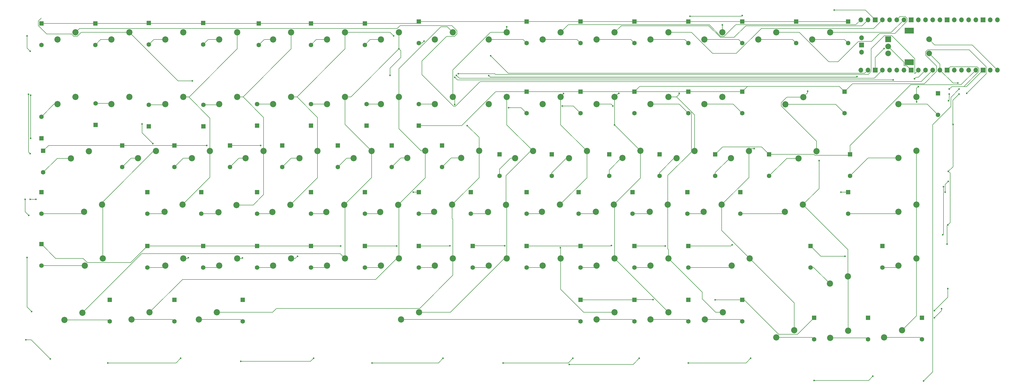
<source format=gbr>
%TF.GenerationSoftware,KiCad,Pcbnew,9.0.2*%
%TF.CreationDate,2025-07-29T21:02:50-05:00*%
%TF.ProjectId,realkeyboard,7265616c-6b65-4796-926f-6172642e6b69,rev?*%
%TF.SameCoordinates,Original*%
%TF.FileFunction,Copper,L1,Top*%
%TF.FilePolarity,Positive*%
%FSLAX46Y46*%
G04 Gerber Fmt 4.6, Leading zero omitted, Abs format (unit mm)*
G04 Created by KiCad (PCBNEW 9.0.2) date 2025-07-29 21:02:50*
%MOMM*%
%LPD*%
G01*
G04 APERTURE LIST*
G04 Aperture macros list*
%AMRoundRect*
0 Rectangle with rounded corners*
0 $1 Rounding radius*
0 $2 $3 $4 $5 $6 $7 $8 $9 X,Y pos of 4 corners*
0 Add a 4 corners polygon primitive as box body*
4,1,4,$2,$3,$4,$5,$6,$7,$8,$9,$2,$3,0*
0 Add four circle primitives for the rounded corners*
1,1,$1+$1,$2,$3*
1,1,$1+$1,$4,$5*
1,1,$1+$1,$6,$7*
1,1,$1+$1,$8,$9*
0 Add four rect primitives between the rounded corners*
20,1,$1+$1,$2,$3,$4,$5,0*
20,1,$1+$1,$4,$5,$6,$7,0*
20,1,$1+$1,$6,$7,$8,$9,0*
20,1,$1+$1,$8,$9,$2,$3,0*%
G04 Aperture macros list end*
%TA.AperFunction,ComponentPad*%
%ADD10C,2.200000*%
%TD*%
%TA.AperFunction,ComponentPad*%
%ADD11R,2.000000X2.000000*%
%TD*%
%TA.AperFunction,ComponentPad*%
%ADD12C,2.000000*%
%TD*%
%TA.AperFunction,ComponentPad*%
%ADD13R,3.200000X2.000000*%
%TD*%
%TA.AperFunction,ComponentPad*%
%ADD14RoundRect,0.250000X-0.550000X0.550000X-0.550000X-0.550000X0.550000X-0.550000X0.550000X0.550000X0*%
%TD*%
%TA.AperFunction,ComponentPad*%
%ADD15C,1.600000*%
%TD*%
%TA.AperFunction,ComponentPad*%
%ADD16RoundRect,0.250000X0.550000X-0.550000X0.550000X0.550000X-0.550000X0.550000X-0.550000X-0.550000X0*%
%TD*%
%TA.AperFunction,ComponentPad*%
%ADD17O,1.700000X1.700000*%
%TD*%
%TA.AperFunction,ComponentPad*%
%ADD18R,1.700000X1.700000*%
%TD*%
%TA.AperFunction,ViaPad*%
%ADD19C,0.600000*%
%TD*%
%TA.AperFunction,Conductor*%
%ADD20C,0.200000*%
%TD*%
G04 APERTURE END LIST*
D10*
%TO.P,SW78,1,1*%
%TO.N,col 11*%
X250190000Y-138430000D03*
%TO.P,SW78,2,2*%
%TO.N,Net-(D78-A)*%
X243840000Y-140970000D03*
%TD*%
%TO.P,SW66,1,1*%
%TO.N,col 9*%
X193040000Y-119380000D03*
%TO.P,SW66,2,2*%
%TO.N,Net-(D66-A)*%
X186690000Y-121920000D03*
%TD*%
%TO.P,SW9,1,1*%
%TO.N,col 8*%
X193040000Y-39370000D03*
%TO.P,SW9,2,2*%
%TO.N,Net-(D9-A)*%
X186690000Y-41910000D03*
%TD*%
%TO.P,SW60,1,1*%
%TO.N,col 3*%
X78740000Y-119380000D03*
%TO.P,SW60,2,2*%
%TO.N,Net-(D60-A)*%
X72390000Y-121920000D03*
%TD*%
%TO.P,SW49,1,1*%
%TO.N,col 6*%
X135636000Y-100380800D03*
%TO.P,SW49,2,2*%
%TO.N,Net-(D49-A)*%
X129286000Y-102920800D03*
%TD*%
%TO.P,SW59,1,1*%
%TO.N,col 2*%
X50292000Y-119380000D03*
%TO.P,SW59,2,2*%
%TO.N,Net-(D59-A)*%
X43942000Y-121920000D03*
%TD*%
%TO.P,SW84,1,1*%
%TO.N,row 1*%
X45339000Y-81407000D03*
%TO.P,SW84,2,2*%
%TO.N,Net-(D83-A)*%
X38989000Y-83947000D03*
%TD*%
%TO.P,SW31,1,1*%
%TO.N,col 2*%
X69037200Y-81381600D03*
%TO.P,SW31,2,2*%
%TO.N,Net-(D31-A)*%
X62687200Y-83921600D03*
%TD*%
%TO.P,SW18,1,1*%
%TO.N,col 3*%
X78740000Y-62230000D03*
%TO.P,SW18,2,2*%
%TO.N,Net-(D18-A)*%
X72390000Y-64770000D03*
%TD*%
%TO.P,SW19,1,1*%
%TO.N,col 4*%
X97790000Y-62230000D03*
%TO.P,SW19,2,2*%
%TO.N,Net-(D19-A)*%
X91440000Y-64770000D03*
%TD*%
%TO.P,SW51,1,1*%
%TO.N,col 8*%
X173736000Y-100330000D03*
%TO.P,SW51,2,2*%
%TO.N,Net-(D51-A)*%
X167386000Y-102870000D03*
%TD*%
%TO.P,SW17,1,1*%
%TO.N,col 2*%
X59690000Y-62230000D03*
%TO.P,SW17,2,2*%
%TO.N,Net-(D17-A)*%
X53340000Y-64770000D03*
%TD*%
%TO.P,SW12,1,1*%
%TO.N,col 11*%
X250190000Y-39370000D03*
%TO.P,SW12,2,2*%
%TO.N,Net-(D12-A)*%
X243840000Y-41910000D03*
%TD*%
%TO.P,SW74,1,1*%
%TO.N,col 7*%
X66802000Y-138430000D03*
%TO.P,SW74,2,2*%
%TO.N,Net-(D74-A)*%
X60452000Y-140970000D03*
%TD*%
%TO.P,SW40,1,1*%
%TO.N,col 11*%
X240284000Y-81280000D03*
%TO.P,SW40,2,2*%
%TO.N,Net-(D40-A)*%
X233934000Y-83820000D03*
%TD*%
%TO.P,SW46,1,1*%
%TO.N,col 3*%
X78486000Y-100330000D03*
%TO.P,SW46,2,2*%
%TO.N,Net-(D46-A)*%
X72136000Y-102870000D03*
%TD*%
%TO.P,SW15,1,1*%
%TO.N,col 14*%
X307340000Y-39370000D03*
%TO.P,SW15,2,2*%
%TO.N,Net-(D15-A)*%
X300990000Y-41910000D03*
%TD*%
%TO.P,SW44,1,1*%
%TO.N,col 15*%
X337820000Y-81280000D03*
%TO.P,SW44,2,2*%
%TO.N,Net-(D44-A)*%
X331470000Y-83820000D03*
%TD*%
%TO.P,SW11,1,1*%
%TO.N,col 10*%
X231140000Y-39370000D03*
%TO.P,SW11,2,2*%
%TO.N,Net-(D11-A)*%
X224790000Y-41910000D03*
%TD*%
%TO.P,SW38,1,1*%
%TO.N,col 9*%
X202285600Y-81381600D03*
%TO.P,SW38,2,2*%
%TO.N,Net-(D38-A)*%
X195935600Y-83921600D03*
%TD*%
%TO.P,SW37,1,1*%
%TO.N,col 8*%
X183235600Y-81280000D03*
%TO.P,SW37,2,2*%
%TO.N,Net-(D37-A)*%
X176885600Y-83820000D03*
%TD*%
%TO.P,SW35,1,1*%
%TO.N,col 6*%
X145288000Y-81381600D03*
%TO.P,SW35,2,2*%
%TO.N,Net-(D35-A)*%
X138938000Y-83921600D03*
%TD*%
%TO.P,SW53,1,1*%
%TO.N,col 10*%
X211836000Y-100330000D03*
%TO.P,SW53,2,2*%
%TO.N,Net-(D53-A)*%
X205486000Y-102870000D03*
%TD*%
%TO.P,SW50,1,1*%
%TO.N,col 7*%
X154686000Y-100380800D03*
%TO.P,SW50,2,2*%
%TO.N,Net-(D50-A)*%
X148336000Y-102920800D03*
%TD*%
%TO.P,SW26,1,1*%
%TO.N,col 11*%
X231140000Y-62230000D03*
%TO.P,SW26,2,2*%
%TO.N,Net-(D26-A)*%
X224790000Y-64770000D03*
%TD*%
%TO.P,SW30,1,1*%
%TO.N,col 15*%
X337820000Y-62230000D03*
%TO.P,SW30,2,2*%
%TO.N,Net-(D30-A)*%
X331470000Y-64770000D03*
%TD*%
%TO.P,SW57,1,1*%
%TO.N,col 14*%
X297688000Y-100330000D03*
%TO.P,SW57,2,2*%
%TO.N,Net-(D57-A)*%
X291338000Y-102870000D03*
%TD*%
%TO.P,SW77,1,1*%
%TO.N,col 10*%
X231140000Y-138430000D03*
%TO.P,SW77,2,2*%
%TO.N,Net-(D77-A)*%
X224790000Y-140970000D03*
%TD*%
%TO.P,SW4,1,1*%
%TO.N,col 3*%
X97790000Y-39370000D03*
%TO.P,SW4,2,2*%
%TO.N,Net-(D4-A)*%
X91440000Y-41910000D03*
%TD*%
%TO.P,SW8,1,1*%
%TO.N,col 7*%
X173990000Y-39370000D03*
%TO.P,SW8,2,2*%
%TO.N,Net-(D8-A)*%
X167640000Y-41910000D03*
%TD*%
%TO.P,SW56,1,1*%
%TO.N,col 13*%
X268986000Y-100330000D03*
%TO.P,SW56,2,2*%
%TO.N,Net-(D56-A)*%
X262636000Y-102870000D03*
%TD*%
%TO.P,SW81,1,1*%
%TO.N,col 14*%
X313690000Y-144907000D03*
%TO.P,SW81,2,2*%
%TO.N,Net-(D81-A)*%
X307340000Y-147447000D03*
%TD*%
%TO.P,SW3,1,1*%
%TO.N,col 2*%
X78740000Y-39370000D03*
%TO.P,SW3,2,2*%
%TO.N,Net-(D3-A)*%
X72390000Y-41910000D03*
%TD*%
%TO.P,SW10,1,1*%
%TO.N,col 9*%
X212090000Y-39370000D03*
%TO.P,SW10,2,2*%
%TO.N,Net-(D10-A)*%
X205740000Y-41910000D03*
%TD*%
%TO.P,SW76,1,1*%
%TO.N,col 9*%
X162052000Y-138430000D03*
%TO.P,SW76,2,2*%
%TO.N,Net-(D76-A)*%
X155702000Y-140970000D03*
%TD*%
%TO.P,SW65,1,1*%
%TO.N,col 8*%
X173990000Y-119380000D03*
%TO.P,SW65,2,2*%
%TO.N,Net-(D65-A)*%
X167640000Y-121920000D03*
%TD*%
%TO.P,SW67,1,1*%
%TO.N,col 10*%
X212090000Y-119380000D03*
%TO.P,SW67,2,2*%
%TO.N,Net-(D67-A)*%
X205740000Y-121920000D03*
%TD*%
%TO.P,SW34,1,1*%
%TO.N,col 5*%
X126136400Y-81330800D03*
%TO.P,SW34,2,2*%
%TO.N,Net-(D34-A)*%
X119786400Y-83870800D03*
%TD*%
%TO.P,SW33,1,1*%
%TO.N,col 4*%
X107086400Y-81330800D03*
%TO.P,SW33,2,2*%
%TO.N,Net-(D33-A)*%
X100736400Y-83870800D03*
%TD*%
%TO.P,SW16,1,1*%
%TO.N,col 1*%
X40640000Y-62230000D03*
%TO.P,SW16,2,2*%
%TO.N,Net-(D16-A)*%
X34290000Y-64770000D03*
%TD*%
%TO.P,SW79,1,1*%
%TO.N,col 12*%
X269367000Y-138430000D03*
%TO.P,SW79,2,2*%
%TO.N,Net-(D79-A)*%
X263017000Y-140970000D03*
%TD*%
%TO.P,SW54,1,1*%
%TO.N,col 11*%
X230886000Y-100330000D03*
%TO.P,SW54,2,2*%
%TO.N,Net-(D54-A)*%
X224536000Y-102870000D03*
%TD*%
%TO.P,SW70,1,1*%
%TO.N,col 13*%
X278892000Y-119380000D03*
%TO.P,SW70,2,2*%
%TO.N,Net-(D70-A)*%
X272542000Y-121920000D03*
%TD*%
%TO.P,SW1,1,1*%
%TO.N,col 0*%
X40640000Y-39370000D03*
%TO.P,SW1,2,2*%
%TO.N,Net-(D1-A)*%
X34290000Y-41910000D03*
%TD*%
%TO.P,SW32,1,1*%
%TO.N,col 3*%
X88138000Y-81330800D03*
%TO.P,SW32,2,2*%
%TO.N,Net-(D32-A)*%
X81788000Y-83870800D03*
%TD*%
%TO.P,SW20,1,1*%
%TO.N,col 5*%
X116840000Y-62230000D03*
%TO.P,SW20,2,2*%
%TO.N,Net-(D20-A)*%
X110490000Y-64770000D03*
%TD*%
%TO.P,SW7,1,1*%
%TO.N,col 6*%
X154940000Y-39370000D03*
%TO.P,SW7,2,2*%
%TO.N,Net-(D7-A)*%
X148590000Y-41910000D03*
%TD*%
%TO.P,SW52,1,1*%
%TO.N,col 9*%
X192786000Y-100380800D03*
%TO.P,SW52,2,2*%
%TO.N,Net-(D52-A)*%
X186436000Y-102920800D03*
%TD*%
%TO.P,SW55,1,1*%
%TO.N,col 12*%
X249936000Y-100330000D03*
%TO.P,SW55,2,2*%
%TO.N,Net-(D55-A)*%
X243586000Y-102870000D03*
%TD*%
%TO.P,SW80,1,1*%
%TO.N,col 13*%
X294640000Y-144780000D03*
%TO.P,SW80,2,2*%
%TO.N,Net-(D80-A)*%
X288290000Y-147320000D03*
%TD*%
%TO.P,SW71,1,1*%
%TO.N,col 14*%
X313563000Y-125730000D03*
%TO.P,SW71,2,2*%
%TO.N,Net-(D71-A)*%
X307213000Y-128270000D03*
%TD*%
%TO.P,SW75,1,1*%
%TO.N,col 8*%
X90551000Y-138430000D03*
%TO.P,SW75,2,2*%
%TO.N,Net-(D75-A)*%
X84201000Y-140970000D03*
%TD*%
%TO.P,SW6,1,1*%
%TO.N,col 5*%
X135890000Y-39370000D03*
%TO.P,SW6,2,2*%
%TO.N,Net-(D6-A)*%
X129540000Y-41910000D03*
%TD*%
%TO.P,SW24,1,1*%
%TO.N,col 9*%
X193040000Y-62230000D03*
%TO.P,SW24,2,2*%
%TO.N,Net-(D24-A)*%
X186690000Y-64770000D03*
%TD*%
%TO.P,SW42,1,1*%
%TO.N,col 13*%
X278587200Y-81330800D03*
%TO.P,SW42,2,2*%
%TO.N,Net-(D42-A)*%
X272237200Y-83870800D03*
%TD*%
%TO.P,SW27,1,1*%
%TO.N,col 12*%
X250190000Y-62230000D03*
%TO.P,SW27,2,2*%
%TO.N,Net-(D27-A)*%
X243840000Y-64770000D03*
%TD*%
%TO.P,SW5,1,1*%
%TO.N,col 4*%
X116840000Y-39370000D03*
%TO.P,SW5,2,2*%
%TO.N,Net-(D5-A)*%
X110490000Y-41910000D03*
%TD*%
%TO.P,SW36,1,1*%
%TO.N,col 7*%
X164236400Y-81229200D03*
%TO.P,SW36,2,2*%
%TO.N,Net-(D36-A)*%
X157886400Y-83769200D03*
%TD*%
%TO.P,SW25,1,1*%
%TO.N,col 10*%
X212090000Y-62230000D03*
%TO.P,SW25,2,2*%
%TO.N,Net-(D25-A)*%
X205740000Y-64770000D03*
%TD*%
%TO.P,SW41,1,1*%
%TO.N,col 12*%
X259384800Y-81381600D03*
%TO.P,SW41,2,2*%
%TO.N,Net-(D41-A)*%
X253034800Y-83921600D03*
%TD*%
%TO.P,SW58,1,1*%
%TO.N,col 15*%
X337820000Y-100330000D03*
%TO.P,SW58,2,2*%
%TO.N,Net-(D58-A)*%
X331470000Y-102870000D03*
%TD*%
%TO.P,SW39,1,1*%
%TO.N,col 10*%
X221335600Y-81330800D03*
%TO.P,SW39,2,2*%
%TO.N,Net-(D39-A)*%
X214985600Y-83870800D03*
%TD*%
%TO.P,SW22,1,1*%
%TO.N,col 7*%
X154940000Y-62230000D03*
%TO.P,SW22,2,2*%
%TO.N,Net-(D22-A)*%
X148590000Y-64770000D03*
%TD*%
%TO.P,SW48,1,1*%
%TO.N,col 5*%
X116586000Y-100380800D03*
%TO.P,SW48,2,2*%
%TO.N,Net-(D48-A)*%
X110236000Y-102920800D03*
%TD*%
%TO.P,SW21,1,1*%
%TO.N,col 6*%
X135890000Y-62230000D03*
%TO.P,SW21,2,2*%
%TO.N,Net-(D21-A)*%
X129540000Y-64770000D03*
%TD*%
%TO.P,SW14,1,1*%
%TO.N,col 13*%
X288290000Y-39370000D03*
%TO.P,SW14,2,2*%
%TO.N,Net-(D14-A)*%
X281940000Y-41910000D03*
%TD*%
%TO.P,SW68,1,1*%
%TO.N,col 11*%
X231140000Y-119380000D03*
%TO.P,SW68,2,2*%
%TO.N,Net-(D68-A)*%
X224790000Y-121920000D03*
%TD*%
D11*
%TO.P,SW83,A,A*%
%TO.N,en0*%
X327780000Y-41835000D03*
D12*
%TO.P,SW83,B,B*%
%TO.N,en1*%
X327780000Y-46835000D03*
%TO.P,SW83,C,C*%
%TO.N,GND*%
X327780000Y-44335000D03*
D13*
%TO.P,SW83,MP*%
%TO.N,N/C*%
X335280000Y-38735000D03*
X335280000Y-49935000D03*
D12*
%TO.P,SW83,S1,S1*%
%TO.N,col 15*%
X342280000Y-46835000D03*
%TO.P,SW83,S2,S2*%
%TO.N,row 0*%
X342280000Y-41835000D03*
%TD*%
D10*
%TO.P,SW69,1,1*%
%TO.N,col 12*%
X250190000Y-119380000D03*
%TO.P,SW69,2,2*%
%TO.N,Net-(D69-A)*%
X243840000Y-121920000D03*
%TD*%
%TO.P,SW82,1,1*%
%TO.N,col 15*%
X332740000Y-144780000D03*
%TO.P,SW82,2,2*%
%TO.N,Net-(D82-A)*%
X326390000Y-147320000D03*
%TD*%
%TO.P,SW72,1,1*%
%TO.N,col 15*%
X337820000Y-119380000D03*
%TO.P,SW72,2,2*%
%TO.N,Net-(D72-A)*%
X331470000Y-121920000D03*
%TD*%
%TO.P,SW13,1,1*%
%TO.N,col 12*%
X269240000Y-39370000D03*
%TO.P,SW13,2,2*%
%TO.N,Net-(D13-A)*%
X262890000Y-41910000D03*
%TD*%
%TO.P,SW29,1,1*%
%TO.N,col 14*%
X297815000Y-62261500D03*
%TO.P,SW29,2,2*%
%TO.N,Net-(D29-A)*%
X291465000Y-64801500D03*
%TD*%
%TO.P,SW45,1,1*%
%TO.N,col 2*%
X50038000Y-100330000D03*
%TO.P,SW45,2,2*%
%TO.N,Net-(D45-A)*%
X43688000Y-102870000D03*
%TD*%
%TO.P,SW62,1,1*%
%TO.N,col 5*%
X116840000Y-119380000D03*
%TO.P,SW62,2,2*%
%TO.N,Net-(D62-A)*%
X110490000Y-121920000D03*
%TD*%
%TO.P,SW61,1,1*%
%TO.N,col 4*%
X97790000Y-119380000D03*
%TO.P,SW61,2,2*%
%TO.N,Net-(D61-A)*%
X91440000Y-121920000D03*
%TD*%
%TO.P,SW63,1,1*%
%TO.N,col 6*%
X135890000Y-119380000D03*
%TO.P,SW63,2,2*%
%TO.N,Net-(D63-A)*%
X129540000Y-121920000D03*
%TD*%
%TO.P,SW2,1,1*%
%TO.N,col 1*%
X59690000Y-39370000D03*
%TO.P,SW2,2,2*%
%TO.N,Net-(D2-A)*%
X53340000Y-41910000D03*
%TD*%
%TO.P,SW28,1,1*%
%TO.N,col 13*%
X269240000Y-62230000D03*
%TO.P,SW28,2,2*%
%TO.N,Net-(D28-A)*%
X262890000Y-64770000D03*
%TD*%
%TO.P,SW64,1,1*%
%TO.N,col 7*%
X154940000Y-119380000D03*
%TO.P,SW64,2,2*%
%TO.N,Net-(D64-A)*%
X148590000Y-121920000D03*
%TD*%
%TO.P,SW43,1,1*%
%TO.N,col 14*%
X302514000Y-81432400D03*
%TO.P,SW43,2,2*%
%TO.N,Net-(D43-A)*%
X296164000Y-83972400D03*
%TD*%
%TO.P,SW73,1,1*%
%TO.N,col 6*%
X43053000Y-138557000D03*
%TO.P,SW73,2,2*%
%TO.N,Net-(D73-A)*%
X36703000Y-141097000D03*
%TD*%
%TO.P,SW47,1,1*%
%TO.N,col 4*%
X97536000Y-100482400D03*
%TO.P,SW47,2,2*%
%TO.N,Net-(D47-A)*%
X91186000Y-103022400D03*
%TD*%
%TO.P,SW23,1,1*%
%TO.N,col 8*%
X173990000Y-62230000D03*
%TO.P,SW23,2,2*%
%TO.N,Net-(D23-A)*%
X167640000Y-64770000D03*
%TD*%
D14*
%TO.P,D61,1,K*%
%TO.N,row 4*%
X85725000Y-114935000D03*
D15*
%TO.P,D61,2,A*%
%TO.N,Net-(D61-A)*%
X85725000Y-122555000D03*
%TD*%
D14*
%TO.P,D82,1,K*%
%TO.N,row 5*%
X339725000Y-140335000D03*
D15*
%TO.P,D82,2,A*%
%TO.N,Net-(D82-A)*%
X339725000Y-147955000D03*
%TD*%
D14*
%TO.P,D3,1,K*%
%TO.N,row 0*%
X66548000Y-36068000D03*
D15*
%TO.P,D3,2,A*%
%TO.N,Net-(D3-A)*%
X66548000Y-43688000D03*
%TD*%
D14*
%TO.P,D25,1,K*%
%TO.N,row 1*%
X219075000Y-60325000D03*
D15*
%TO.P,D25,2,A*%
%TO.N,Net-(D25-A)*%
X219075000Y-67945000D03*
%TD*%
D14*
%TO.P,D14,1,K*%
%TO.N,row 0*%
X295275000Y-35560000D03*
D15*
%TO.P,D14,2,A*%
%TO.N,Net-(D14-A)*%
X295275000Y-43180000D03*
%TD*%
D14*
%TO.P,D70,1,K*%
%TO.N,row 4*%
X257175000Y-114935000D03*
D15*
%TO.P,D70,2,A*%
%TO.N,Net-(D70-A)*%
X257175000Y-122555000D03*
%TD*%
D16*
%TO.P,D17,1,K*%
%TO.N,row 1*%
X47752000Y-72136000D03*
D15*
%TO.P,D17,2,A*%
%TO.N,Net-(D17-A)*%
X47752000Y-64516000D03*
%TD*%
D14*
%TO.P,D6,1,K*%
%TO.N,row 0*%
X123825000Y-36195000D03*
D15*
%TO.P,D6,2,A*%
%TO.N,Net-(D6-A)*%
X123825000Y-43815000D03*
%TD*%
D14*
%TO.P,D31,1,K*%
%TO.N,row 2*%
X57150000Y-79375000D03*
D15*
%TO.P,D31,2,A*%
%TO.N,Net-(D31-A)*%
X57150000Y-86995000D03*
%TD*%
D14*
%TO.P,D34,1,K*%
%TO.N,row 2*%
X113665000Y-79375000D03*
D15*
%TO.P,D34,2,A*%
%TO.N,Net-(D34-A)*%
X113665000Y-86995000D03*
%TD*%
D14*
%TO.P,D68,1,K*%
%TO.N,row 4*%
X219075000Y-114935000D03*
D15*
%TO.P,D68,2,A*%
%TO.N,Net-(D68-A)*%
X219075000Y-122555000D03*
%TD*%
D16*
%TO.P,D23,1,K*%
%TO.N,row 1*%
X161925000Y-72390000D03*
D15*
%TO.P,D23,2,A*%
%TO.N,Net-(D23-A)*%
X161925000Y-64770000D03*
%TD*%
D14*
%TO.P,D41,1,K*%
%TO.N,row 2*%
X247015000Y-82550000D03*
D15*
%TO.P,D41,2,A*%
%TO.N,Net-(D41-A)*%
X247015000Y-90170000D03*
%TD*%
D14*
%TO.P,D72,1,K*%
%TO.N,row 4*%
X325755000Y-114935000D03*
D15*
%TO.P,D72,2,A*%
%TO.N,Net-(D72-A)*%
X325755000Y-122555000D03*
%TD*%
D14*
%TO.P,D28,1,K*%
%TO.N,row 1*%
X276225000Y-60325000D03*
D15*
%TO.P,D28,2,A*%
%TO.N,Net-(D28-A)*%
X276225000Y-67945000D03*
%TD*%
D14*
%TO.P,D55,1,K*%
%TO.N,row 3*%
X237490000Y-95885000D03*
D15*
%TO.P,D55,2,A*%
%TO.N,Net-(D55-A)*%
X237490000Y-103505000D03*
%TD*%
D14*
%TO.P,D54,1,K*%
%TO.N,row 3*%
X218440000Y-95885000D03*
D15*
%TO.P,D54,2,A*%
%TO.N,Net-(D54-A)*%
X218440000Y-103505000D03*
%TD*%
D14*
%TO.P,D26,1,K*%
%TO.N,row 1*%
X238125000Y-60325000D03*
D15*
%TO.P,D26,2,A*%
%TO.N,Net-(D26-A)*%
X238125000Y-67945000D03*
%TD*%
D14*
%TO.P,D49,1,K*%
%TO.N,row 3*%
X123825000Y-95885000D03*
D15*
%TO.P,D49,2,A*%
%TO.N,Net-(D49-A)*%
X123825000Y-103505000D03*
%TD*%
D14*
%TO.P,D4,1,K*%
%TO.N,row 0*%
X85725000Y-36068000D03*
D15*
%TO.P,D4,2,A*%
%TO.N,Net-(D4-A)*%
X85725000Y-43688000D03*
%TD*%
D14*
%TO.P,D42,1,K*%
%TO.N,row 2*%
X266700000Y-82550000D03*
D15*
%TO.P,D42,2,A*%
%TO.N,Net-(D42-A)*%
X266700000Y-90170000D03*
%TD*%
D14*
%TO.P,D11,1,K*%
%TO.N,row 0*%
X238125000Y-35560000D03*
D15*
%TO.P,D11,2,A*%
%TO.N,Net-(D11-A)*%
X238125000Y-43180000D03*
%TD*%
D14*
%TO.P,D30,1,K*%
%TO.N,row 1*%
X345440000Y-60960000D03*
D15*
%TO.P,D30,2,A*%
%TO.N,Net-(D30-A)*%
X345440000Y-68580000D03*
%TD*%
D14*
%TO.P,D65,1,K*%
%TO.N,row 4*%
X161925000Y-114935000D03*
D15*
%TO.P,D65,2,A*%
%TO.N,Net-(D65-A)*%
X161925000Y-122555000D03*
%TD*%
D16*
%TO.P,D22,1,K*%
%TO.N,row 1*%
X143510000Y-72390000D03*
D15*
%TO.P,D22,2,A*%
%TO.N,Net-(D22-A)*%
X143510000Y-64770000D03*
%TD*%
D14*
%TO.P,D40,1,K*%
%TO.N,row 2*%
X229235000Y-82550000D03*
D15*
%TO.P,D40,2,A*%
%TO.N,Net-(D40-A)*%
X229235000Y-90170000D03*
%TD*%
D14*
%TO.P,D69,1,K*%
%TO.N,row 4*%
X238125000Y-114935000D03*
D15*
%TO.P,D69,2,A*%
%TO.N,Net-(D69-A)*%
X238125000Y-122555000D03*
%TD*%
D14*
%TO.P,D60,1,K*%
%TO.N,row 4*%
X66040000Y-114935000D03*
D15*
%TO.P,D60,2,A*%
%TO.N,Net-(D60-A)*%
X66040000Y-122555000D03*
%TD*%
D14*
%TO.P,D10,1,K*%
%TO.N,row 0*%
X219075000Y-35560000D03*
D15*
%TO.P,D10,2,A*%
%TO.N,Net-(D10-A)*%
X219075000Y-43180000D03*
%TD*%
D14*
%TO.P,D13,1,K*%
%TO.N,row 0*%
X276225000Y-35560000D03*
D15*
%TO.P,D13,2,A*%
%TO.N,Net-(D13-A)*%
X276225000Y-43180000D03*
%TD*%
D14*
%TO.P,D64,1,K*%
%TO.N,row 4*%
X142875000Y-114935000D03*
D15*
%TO.P,D64,2,A*%
%TO.N,Net-(D64-A)*%
X142875000Y-122555000D03*
%TD*%
D14*
%TO.P,D52,1,K*%
%TO.N,row 3*%
X180340000Y-95885000D03*
D15*
%TO.P,D52,2,A*%
%TO.N,Net-(D52-A)*%
X180340000Y-103505000D03*
%TD*%
D14*
%TO.P,D77,1,K*%
%TO.N,row 5*%
X238125000Y-133985000D03*
D15*
%TO.P,D77,2,A*%
%TO.N,Net-(D77-A)*%
X238125000Y-141605000D03*
%TD*%
D14*
%TO.P,D15,1,K*%
%TO.N,row 0*%
X313690000Y-35560000D03*
D15*
%TO.P,D15,2,A*%
%TO.N,Net-(D15-A)*%
X313690000Y-43180000D03*
%TD*%
D14*
%TO.P,D53,1,K*%
%TO.N,row 3*%
X200025000Y-95885000D03*
D15*
%TO.P,D53,2,A*%
%TO.N,Net-(D53-A)*%
X200025000Y-103505000D03*
%TD*%
D14*
%TO.P,D80,1,K*%
%TO.N,row 5*%
X301625000Y-140335000D03*
D15*
%TO.P,D80,2,A*%
%TO.N,Net-(D80-A)*%
X301625000Y-147955000D03*
%TD*%
D14*
%TO.P,D9,1,K*%
%TO.N,row 0*%
X200025000Y-35560000D03*
D15*
%TO.P,D9,2,A*%
%TO.N,Net-(D9-A)*%
X200025000Y-43180000D03*
%TD*%
D14*
%TO.P,D78,1,K*%
%TO.N,row 5*%
X257175000Y-133985000D03*
D15*
%TO.P,D78,2,A*%
%TO.N,Net-(D78-A)*%
X257175000Y-141605000D03*
%TD*%
D14*
%TO.P,D59,1,K*%
%TO.N,row 4*%
X28575000Y-114300000D03*
D15*
%TO.P,D59,2,A*%
%TO.N,Net-(D59-A)*%
X28575000Y-121920000D03*
%TD*%
D14*
%TO.P,D81,1,K*%
%TO.N,row 5*%
X320675000Y-140335000D03*
D15*
%TO.P,D81,2,A*%
%TO.N,Net-(D81-A)*%
X320675000Y-147955000D03*
%TD*%
D14*
%TO.P,D33,1,K*%
%TO.N,row 2*%
X95250000Y-79375000D03*
D15*
%TO.P,D33,2,A*%
%TO.N,Net-(D33-A)*%
X95250000Y-86995000D03*
%TD*%
D14*
%TO.P,D35,1,K*%
%TO.N,row 2*%
X133350000Y-79375000D03*
D15*
%TO.P,D35,2,A*%
%TO.N,Net-(D35-A)*%
X133350000Y-86995000D03*
%TD*%
D14*
%TO.P,D2,1,K*%
%TO.N,row 0*%
X47625000Y-36195000D03*
D15*
%TO.P,D2,2,A*%
%TO.N,Net-(D2-A)*%
X47625000Y-43815000D03*
%TD*%
D17*
%TO.P,A1,1,GPIO0*%
%TO.N,row 0*%
X366395000Y-52705000D03*
%TO.P,A1,2,GPIO1*%
%TO.N,row 1*%
X363855000Y-52705000D03*
D18*
%TO.P,A1,3,GND*%
%TO.N,GND*%
X361315000Y-52705000D03*
D17*
%TO.P,A1,4,GPIO2*%
%TO.N,row 2*%
X358775000Y-52705000D03*
%TO.P,A1,5,GPIO3*%
%TO.N,row 3*%
X356235000Y-52705000D03*
%TO.P,A1,6,GPIO4*%
%TO.N,row 4*%
X353695000Y-52705000D03*
%TO.P,A1,7,GPIO5*%
%TO.N,row 5*%
X351155000Y-52705000D03*
D18*
%TO.P,A1,8,GND*%
%TO.N,GND*%
X348615000Y-52705000D03*
D17*
%TO.P,A1,9,GPIO6*%
%TO.N,col 15*%
X346075000Y-52705000D03*
%TO.P,A1,10,GPIO7*%
%TO.N,col 0*%
X343535000Y-52705000D03*
%TO.P,A1,11,GPIO8*%
%TO.N,col 1*%
X340995000Y-52705000D03*
%TO.P,A1,12,GPIO9*%
%TO.N,col 2*%
X338455000Y-52705000D03*
D18*
%TO.P,A1,13,GND*%
%TO.N,GND*%
X335915000Y-52705000D03*
D17*
%TO.P,A1,14,GPIO10*%
%TO.N,col 3*%
X333375000Y-52705000D03*
%TO.P,A1,15,GPIO11*%
%TO.N,col 4*%
X330835000Y-52705000D03*
%TO.P,A1,16,GPIO12*%
%TO.N,col 5*%
X328295000Y-52705000D03*
%TO.P,A1,17,GPIO13*%
%TO.N,col 6*%
X325755000Y-52705000D03*
D18*
%TO.P,A1,18,GND*%
%TO.N,GND*%
X323215000Y-52705000D03*
D17*
%TO.P,A1,19,GPIO14*%
%TO.N,col 7*%
X320675000Y-52705000D03*
%TO.P,A1,20,GPIO15*%
%TO.N,col 8*%
X318135000Y-52705000D03*
%TO.P,A1,21,GPIO16*%
%TO.N,col 9*%
X318135000Y-34925000D03*
%TO.P,A1,22,GPIO17*%
%TO.N,col 10*%
X320675000Y-34925000D03*
D18*
%TO.P,A1,23,GND*%
%TO.N,GND*%
X323215000Y-34925000D03*
D17*
%TO.P,A1,24,GPIO18*%
%TO.N,col 11*%
X325755000Y-34925000D03*
%TO.P,A1,25,GPIO19*%
%TO.N,col 12*%
X328295000Y-34925000D03*
%TO.P,A1,26,GPIO20*%
%TO.N,col 13*%
X330835000Y-34925000D03*
%TO.P,A1,27,GPIO21*%
%TO.N,col 14*%
X333375000Y-34925000D03*
D18*
%TO.P,A1,28,GND*%
%TO.N,GND*%
X335915000Y-34925000D03*
D17*
%TO.P,A1,29,GPIO22*%
%TO.N,en0*%
X338455000Y-34925000D03*
%TO.P,A1,30,RUN*%
%TO.N,unconnected-(A1-RUN-Pad30)*%
X340995000Y-34925000D03*
%TO.P,A1,31,GPIO26_ADC0*%
%TO.N,en1*%
X343535000Y-34925000D03*
%TO.P,A1,32,GPIO27_ADC1*%
%TO.N,led*%
X346075000Y-34925000D03*
D18*
%TO.P,A1,33,AGND*%
%TO.N,unconnected-(A1-AGND-Pad33)*%
X348615000Y-34925000D03*
D17*
%TO.P,A1,34,GPIO28_ADC2*%
%TO.N,unconnected-(A1-GPIO28_ADC2-Pad34)*%
X351155000Y-34925000D03*
%TO.P,A1,35,ADC_VREF*%
%TO.N,unconnected-(A1-ADC_VREF-Pad35)*%
X353695000Y-34925000D03*
%TO.P,A1,36,3V3*%
%TO.N,unconnected-(A1-3V3-Pad36)*%
X356235000Y-34925000D03*
%TO.P,A1,37,3V3_EN*%
%TO.N,unconnected-(A1-3V3_EN-Pad37)*%
X358775000Y-34925000D03*
D18*
%TO.P,A1,38,GND*%
%TO.N,GND*%
X361315000Y-34925000D03*
D17*
%TO.P,A1,39,VSYS*%
%TO.N,unconnected-(A1-VSYS-Pad39)*%
X363855000Y-34925000D03*
%TO.P,A1,40,VBUS*%
%TO.N,+5V*%
X366395000Y-34925000D03*
%TO.P,A1,41*%
%TO.N,N/C*%
X318365000Y-46355000D03*
D18*
%TO.P,A1,42*%
X318365000Y-43815000D03*
D17*
%TO.P,A1,43*%
X318365000Y-41275000D03*
%TD*%
D14*
%TO.P,D66,1,K*%
%TO.N,row 4*%
X180975000Y-114935000D03*
D15*
%TO.P,D66,2,A*%
%TO.N,Net-(D66-A)*%
X180975000Y-122555000D03*
%TD*%
D14*
%TO.P,D71,1,K*%
%TO.N,row 4*%
X300355000Y-114935000D03*
D15*
%TO.P,D71,2,A*%
%TO.N,Net-(D71-A)*%
X300355000Y-122555000D03*
%TD*%
D14*
%TO.P,D57,1,K*%
%TO.N,row 3*%
X275590000Y-95885000D03*
D15*
%TO.P,D57,2,A*%
%TO.N,Net-(D57-A)*%
X275590000Y-103505000D03*
%TD*%
D14*
%TO.P,D56,1,K*%
%TO.N,row 3*%
X256844800Y-95885000D03*
D15*
%TO.P,D56,2,A*%
%TO.N,Net-(D56-A)*%
X256844800Y-103505000D03*
%TD*%
D14*
%TO.P,D46,1,K*%
%TO.N,row 3*%
X66040000Y-95885000D03*
D15*
%TO.P,D46,2,A*%
%TO.N,Net-(D46-A)*%
X66040000Y-103505000D03*
%TD*%
D14*
%TO.P,D79,1,K*%
%TO.N,row 5*%
X276225000Y-133985000D03*
D15*
%TO.P,D79,2,A*%
%TO.N,Net-(D79-A)*%
X276225000Y-141605000D03*
%TD*%
D14*
%TO.P,D32,1,K*%
%TO.N,row 2*%
X75565000Y-79375000D03*
D15*
%TO.P,D32,2,A*%
%TO.N,Net-(D32-A)*%
X75565000Y-86995000D03*
%TD*%
D14*
%TO.P,D45,1,K*%
%TO.N,row 3*%
X28575000Y-95885000D03*
D15*
%TO.P,D45,2,A*%
%TO.N,Net-(D45-A)*%
X28575000Y-103505000D03*
%TD*%
D14*
%TO.P,D39,1,K*%
%TO.N,row 2*%
X208915000Y-82550000D03*
D15*
%TO.P,D39,2,A*%
%TO.N,Net-(D39-A)*%
X208915000Y-90170000D03*
%TD*%
D14*
%TO.P,D75,1,K*%
%TO.N,row 5*%
X99695000Y-133985000D03*
D15*
%TO.P,D75,2,A*%
%TO.N,Net-(D75-A)*%
X99695000Y-141605000D03*
%TD*%
D14*
%TO.P,D5,1,K*%
%TO.N,row 0*%
X105410000Y-36195000D03*
D15*
%TO.P,D5,2,A*%
%TO.N,Net-(D5-A)*%
X105410000Y-43815000D03*
%TD*%
D14*
%TO.P,D63,1,K*%
%TO.N,row 4*%
X123825000Y-114935000D03*
D15*
%TO.P,D63,2,A*%
%TO.N,Net-(D63-A)*%
X123825000Y-122555000D03*
%TD*%
D14*
%TO.P,D48,1,K*%
%TO.N,row 3*%
X104775000Y-95885000D03*
D15*
%TO.P,D48,2,A*%
%TO.N,Net-(D48-A)*%
X104775000Y-103505000D03*
%TD*%
D16*
%TO.P,D16,1,K*%
%TO.N,row 1*%
X28575000Y-76835000D03*
D15*
%TO.P,D16,2,A*%
%TO.N,Net-(D16-A)*%
X28575000Y-69215000D03*
%TD*%
D14*
%TO.P,D43,1,K*%
%TO.N,row 2*%
X285750000Y-82550000D03*
D15*
%TO.P,D43,2,A*%
%TO.N,Net-(D43-A)*%
X285750000Y-90170000D03*
%TD*%
D14*
%TO.P,D58,1,K*%
%TO.N,row 3*%
X313690000Y-95885000D03*
D15*
%TO.P,D58,2,A*%
%TO.N,Net-(D58-A)*%
X313690000Y-103505000D03*
%TD*%
D14*
%TO.P,D51,1,K*%
%TO.N,row 3*%
X161925000Y-95885000D03*
D15*
%TO.P,D51,2,A*%
%TO.N,Net-(D51-A)*%
X161925000Y-103505000D03*
%TD*%
D16*
%TO.P,D20,1,K*%
%TO.N,row 1*%
X104775000Y-72390000D03*
D15*
%TO.P,D20,2,A*%
%TO.N,Net-(D20-A)*%
X104775000Y-64770000D03*
%TD*%
D14*
%TO.P,D1,1,K*%
%TO.N,row 0*%
X28575000Y-36195000D03*
D15*
%TO.P,D1,2,A*%
%TO.N,Net-(D1-A)*%
X28575000Y-43815000D03*
%TD*%
D14*
%TO.P,D7,1,K*%
%TO.N,row 0*%
X142875000Y-36195000D03*
D15*
%TO.P,D7,2,A*%
%TO.N,Net-(D7-A)*%
X142875000Y-43815000D03*
%TD*%
D14*
%TO.P,D8,1,K*%
%TO.N,row 0*%
X161925000Y-35560000D03*
D15*
%TO.P,D8,2,A*%
%TO.N,Net-(D8-A)*%
X161925000Y-43180000D03*
%TD*%
D14*
%TO.P,D27,1,K*%
%TO.N,row 1*%
X257175000Y-60325000D03*
D15*
%TO.P,D27,2,A*%
%TO.N,Net-(D27-A)*%
X257175000Y-67945000D03*
%TD*%
D14*
%TO.P,D29,1,K*%
%TO.N,row 1*%
X312420000Y-60325000D03*
D15*
%TO.P,D29,2,A*%
%TO.N,Net-(D29-A)*%
X312420000Y-67945000D03*
%TD*%
D14*
%TO.P,D67,1,K*%
%TO.N,row 4*%
X200025000Y-114935000D03*
D15*
%TO.P,D67,2,A*%
%TO.N,Net-(D67-A)*%
X200025000Y-122555000D03*
%TD*%
D14*
%TO.P,D76,1,K*%
%TO.N,row 5*%
X219075000Y-133985000D03*
D15*
%TO.P,D76,2,A*%
%TO.N,Net-(D76-A)*%
X219075000Y-141605000D03*
%TD*%
D14*
%TO.P,D37,1,K*%
%TO.N,row 2*%
X170180000Y-79375000D03*
D15*
%TO.P,D37,2,A*%
%TO.N,Net-(D37-A)*%
X170180000Y-86995000D03*
%TD*%
D14*
%TO.P,D38,1,K*%
%TO.N,row 2*%
X190500000Y-82550000D03*
D15*
%TO.P,D38,2,A*%
%TO.N,Net-(D38-A)*%
X190500000Y-90170000D03*
%TD*%
D14*
%TO.P,D24,1,K*%
%TO.N,row 1*%
X200025000Y-60325000D03*
D15*
%TO.P,D24,2,A*%
%TO.N,Net-(D24-A)*%
X200025000Y-67945000D03*
%TD*%
D16*
%TO.P,D19,1,K*%
%TO.N,row 1*%
X85852000Y-72644000D03*
D15*
%TO.P,D19,2,A*%
%TO.N,Net-(D19-A)*%
X85852000Y-65024000D03*
%TD*%
D14*
%TO.P,D44,1,K*%
%TO.N,row 2*%
X314325000Y-82550000D03*
D15*
%TO.P,D44,2,A*%
%TO.N,Net-(D44-A)*%
X314325000Y-90170000D03*
%TD*%
D14*
%TO.P,D83,1,K*%
%TO.N,row 2*%
X29210000Y-81280000D03*
D15*
%TO.P,D83,2,A*%
%TO.N,Net-(D83-A)*%
X29210000Y-88900000D03*
%TD*%
D14*
%TO.P,D50,1,K*%
%TO.N,row 3*%
X142875000Y-95885000D03*
D15*
%TO.P,D50,2,A*%
%TO.N,Net-(D50-A)*%
X142875000Y-103505000D03*
%TD*%
D14*
%TO.P,D47,1,K*%
%TO.N,row 3*%
X85090000Y-95885000D03*
D15*
%TO.P,D47,2,A*%
%TO.N,Net-(D47-A)*%
X85090000Y-103505000D03*
%TD*%
D14*
%TO.P,D73,1,K*%
%TO.N,row 5*%
X52705000Y-133985000D03*
D15*
%TO.P,D73,2,A*%
%TO.N,Net-(D73-A)*%
X52705000Y-141605000D03*
%TD*%
D14*
%TO.P,D12,1,K*%
%TO.N,row 0*%
X257175000Y-35560000D03*
D15*
%TO.P,D12,2,A*%
%TO.N,Net-(D12-A)*%
X257175000Y-43180000D03*
%TD*%
D14*
%TO.P,D62,1,K*%
%TO.N,row 4*%
X104775000Y-114935000D03*
D15*
%TO.P,D62,2,A*%
%TO.N,Net-(D62-A)*%
X104775000Y-122555000D03*
%TD*%
D16*
%TO.P,D21,1,K*%
%TO.N,row 1*%
X123825000Y-72390000D03*
D15*
%TO.P,D21,2,A*%
%TO.N,Net-(D21-A)*%
X123825000Y-64770000D03*
%TD*%
D14*
%TO.P,D36,1,K*%
%TO.N,row 2*%
X152400000Y-79375000D03*
D15*
%TO.P,D36,2,A*%
%TO.N,Net-(D36-A)*%
X152400000Y-86995000D03*
%TD*%
D14*
%TO.P,D74,1,K*%
%TO.N,row 5*%
X75565000Y-133985000D03*
D15*
%TO.P,D74,2,A*%
%TO.N,Net-(D74-A)*%
X75565000Y-141605000D03*
%TD*%
D16*
%TO.P,D18,1,K*%
%TO.N,row 1*%
X66548000Y-72644000D03*
D15*
%TO.P,D18,2,A*%
%TO.N,Net-(D18-A)*%
X66548000Y-65024000D03*
%TD*%
D19*
%TO.N,GND*%
X344170000Y-140335000D03*
X349405000Y-59450000D03*
X24765000Y-76835000D03*
X24765000Y-61595000D03*
X26670000Y-98425000D03*
X326390000Y-45085000D03*
X347105000Y-110970000D03*
X24610000Y-98425000D03*
X347345000Y-93980000D03*
X346710000Y-137160000D03*
X308765000Y-31510000D03*
%TO.N,col 3*%
X80467200Y-119075200D03*
%TO.N,col 13*%
X280466800Y-80529800D03*
%TO.N,col 5*%
X316784998Y-54982900D03*
X186690000Y-54704000D03*
X119075200Y-118567200D03*
X153035000Y-40640000D03*
%TO.N,col 7*%
X187325000Y-47625000D03*
%TO.N,col 12*%
X254000000Y-60925000D03*
X269240000Y-36769000D03*
%TO.N,row 2*%
X86995000Y-79375000D03*
X106045000Y-79375000D03*
%TO.N,row 1*%
X355600000Y-60960000D03*
%TO.N,col 2*%
X64135000Y-71755000D03*
X175895000Y-53975000D03*
X67945000Y-78740000D03*
%TO.N,col 8*%
X193040000Y-37369000D03*
X179070000Y-72390000D03*
X174625000Y-64904000D03*
%TO.N,col 11*%
X232664000Y-60925000D03*
X231140000Y-72136000D03*
%TO.N,col 1*%
X337074028Y-55769028D03*
X81915000Y-56515000D03*
%TO.N,row 4*%
X230022400Y-114757200D03*
X172923200Y-114858800D03*
X249021600Y-114960400D03*
X312572400Y-118567200D03*
X192328800Y-114909600D03*
X272694400Y-114503200D03*
X134366000Y-114960400D03*
X154178000Y-114960400D03*
%TO.N,row 5*%
X266651270Y-133990626D03*
X244754400Y-133908800D03*
%TO.N,+5V*%
X349095000Y-88575000D03*
X348615000Y-114300000D03*
X350760000Y-71910000D03*
X352905000Y-61200000D03*
X276225000Y-33386000D03*
X257810000Y-33655000D03*
X348855000Y-107470000D03*
%TO.N,col 4*%
X329595000Y-56182900D03*
X329595000Y-56182900D03*
X99618800Y-119176800D03*
X174625000Y-55245000D03*
%TO.N,col 14*%
X303377600Y-84734400D03*
X299364400Y-60198000D03*
%TO.N,col 10*%
X213055200Y-61010800D03*
X211988400Y-115535000D03*
%TO.N,row 3*%
X311150000Y-95885000D03*
X160025165Y-95890165D03*
%TO.N,col 6*%
X154940000Y-45234816D03*
X151765000Y-54610000D03*
X175260000Y-54610000D03*
%TO.N,Net-(D8-A)*%
X163799435Y-42514435D03*
%TO.N,Net-(D24-A)*%
X193675000Y-66040000D03*
%TO.N,Net-(D25-A)*%
X212690000Y-65405000D03*
%TO.N,Net-(D26-A)*%
X230540000Y-65405000D03*
%TO.N,Net-(D111-DOUT)*%
X23495000Y-40640000D03*
X24610000Y-46045000D03*
%TO.N,Net-(D113-DOUT)*%
X24029297Y-61280768D03*
X24610000Y-82240000D03*
%TO.N,Net-(D115-DOUT)*%
X24130000Y-104140000D03*
X22860000Y-98425000D03*
%TO.N,Net-(D116-DOUT)*%
X23495000Y-119039998D03*
X25090000Y-138120000D03*
%TO.N,Net-(D118-DOUT)*%
X23100000Y-148110000D03*
X31750000Y-154940000D03*
%TO.N,Net-(D120-DOUT)*%
X52070000Y-156324000D03*
X77795000Y-154700000D03*
%TO.N,Net-(D122-DOUT)*%
X99060000Y-155786000D03*
X124785000Y-154700000D03*
%TO.N,Net-(D124-DOUT)*%
X170505000Y-154700000D03*
X145415000Y-156324000D03*
%TO.N,Net-(D126-DOUT)*%
X191770000Y-156324000D03*
X216380000Y-154700000D03*
%TO.N,Net-(D127-DOUT)*%
X215080001Y-156828999D03*
X239875000Y-154700000D03*
%TO.N,Net-(D129-DOUT)*%
X257175000Y-156324000D03*
X279245000Y-154700000D03*
%TO.N,Net-(D131-DOUT)*%
X322425000Y-161050000D03*
X301625000Y-162560000D03*
%TO.N,Net-(D133-DOUT)*%
X352905000Y-59450000D03*
X340360000Y-162674000D03*
%TO.N,Net-(D134-DIN)*%
X344170000Y-137795000D03*
X348855000Y-130020000D03*
%TO.N,Net-(D136-DIN)*%
X349095000Y-92075000D03*
X347980000Y-95885000D03*
%TO.N,Net-(D138-DIN)*%
X349405000Y-61200000D03*
X349136000Y-63610265D03*
%TO.N,col 15*%
X337870800Y-63957200D03*
X338455000Y-58534265D03*
X352397697Y-57334265D03*
%TD*%
D20*
%TO.N,GND*%
X354538495Y-58569265D02*
X350285735Y-58569265D01*
X348615000Y-52705000D02*
X349766000Y-51554000D01*
X333379000Y-49934000D02*
X333379000Y-51236000D01*
X359926000Y-53181760D02*
X354538495Y-58569265D01*
X323215000Y-34925000D02*
X319800000Y-31510000D01*
X24765000Y-61595000D02*
X24765000Y-76835000D01*
X350285735Y-58569265D02*
X349405000Y-59450000D01*
X319800000Y-31510000D02*
X308765000Y-31510000D01*
X359251760Y-51554000D02*
X359926000Y-52228240D01*
X346710000Y-137795000D02*
X346710000Y-137160000D01*
X361315000Y-52705000D02*
X355450735Y-58569265D01*
X349766000Y-51554000D02*
X359251760Y-51554000D01*
X323215000Y-48260000D02*
X326390000Y-45085000D01*
X359926000Y-52228240D02*
X359926000Y-53181760D01*
X334446000Y-51236000D02*
X335915000Y-52705000D01*
X347345000Y-110730000D02*
X347105000Y-110970000D01*
X347345000Y-93980000D02*
X347345000Y-110730000D01*
X333379000Y-51236000D02*
X334446000Y-51236000D01*
X355450735Y-58569265D02*
X350285735Y-58569265D01*
X323215000Y-52705000D02*
X323215000Y-48260000D01*
X327780000Y-44335000D02*
X333379000Y-49934000D01*
X26670000Y-98425000D02*
X24610000Y-98425000D01*
X344170000Y-140335000D02*
X346710000Y-137795000D01*
%TO.N,col 3*%
X78740000Y-119380000D02*
X80162400Y-119380000D01*
X80794816Y-62230000D02*
X97790000Y-45234816D01*
X88138000Y-81330800D02*
X88138000Y-69723000D01*
X80645000Y-62230000D02*
X80794816Y-62230000D01*
X97790000Y-45234816D02*
X97790000Y-39370000D01*
X80162400Y-119380000D02*
X80467200Y-119075200D01*
X78486000Y-100330000D02*
X88138000Y-90678000D01*
X88138000Y-69723000D02*
X80645000Y-62230000D01*
X78740000Y-62230000D02*
X80645000Y-62230000D01*
X88138000Y-90678000D02*
X88138000Y-81330800D01*
%TO.N,col 13*%
X334526000Y-34448240D02*
X333851760Y-33774000D01*
X321945000Y-42545000D02*
X324719000Y-39771000D01*
X268986000Y-109474000D02*
X268986000Y-100330000D01*
X294640000Y-135128000D02*
X278892000Y-119380000D01*
X306832184Y-49807000D02*
X310071000Y-49807000D01*
X278587200Y-90728800D02*
X278587200Y-81330800D01*
X330156760Y-39771000D02*
X334526000Y-35401760D01*
X331986000Y-33774000D02*
X330835000Y-34925000D01*
X317333000Y-42545000D02*
X321945000Y-42545000D01*
X294640000Y-144780000D02*
X294640000Y-135128000D01*
X268986000Y-100330000D02*
X278587200Y-90728800D01*
X278892000Y-119380000D02*
X268986000Y-109474000D01*
X278587200Y-81330800D02*
X279388200Y-80529800D01*
X296395184Y-39370000D02*
X306832184Y-49807000D01*
X333851760Y-33774000D02*
X331986000Y-33774000D01*
X288290000Y-39370000D02*
X296395184Y-39370000D01*
X310071000Y-49807000D02*
X317333000Y-42545000D01*
X279388200Y-80529800D02*
X280466800Y-80529800D01*
X324719000Y-39771000D02*
X330156760Y-39771000D01*
X334526000Y-35401760D02*
X334526000Y-34448240D01*
%TO.N,col 5*%
X118894816Y-62230000D02*
X135890000Y-45234816D01*
X126136400Y-90830400D02*
X126136400Y-81330800D01*
X135890000Y-45234816D02*
X135890000Y-39370000D01*
X151765000Y-39370000D02*
X153035000Y-40640000D01*
X118262400Y-119380000D02*
X119075200Y-118567200D01*
X187167900Y-55181900D02*
X316585998Y-55181900D01*
X116840000Y-119380000D02*
X118262400Y-119380000D01*
X118894816Y-62230000D02*
X126136400Y-69471584D01*
X135890000Y-39370000D02*
X151765000Y-39370000D01*
X316585998Y-55181900D02*
X316784998Y-54982900D01*
X116586000Y-100380800D02*
X126136400Y-90830400D01*
X186690000Y-54704000D02*
X187167900Y-55181900D01*
X116840000Y-62230000D02*
X118894816Y-62230000D01*
X126136400Y-69471584D02*
X126136400Y-81330800D01*
%TO.N,col 7*%
X66802000Y-138430000D02*
X78421000Y-126811000D01*
X193556000Y-53856000D02*
X319524000Y-53856000D01*
X187325000Y-47625000D02*
X193556000Y-53856000D01*
X319524000Y-53856000D02*
X320675000Y-52705000D01*
X164236400Y-90830400D02*
X164236400Y-81229200D01*
X169765000Y-37397400D02*
X172017400Y-37397400D01*
X154686000Y-100380800D02*
X164236400Y-90830400D01*
X154940000Y-100634800D02*
X154686000Y-100380800D01*
X146724184Y-126811000D02*
X154155184Y-119380000D01*
X154940000Y-73488434D02*
X154940000Y-62230000D01*
X164236400Y-81229200D02*
X162680766Y-81229200D01*
X172017400Y-37397400D02*
X173990000Y-39370000D01*
X154940000Y-52222400D02*
X169765000Y-37397400D01*
X78421000Y-126811000D02*
X146724184Y-126811000D01*
X154940000Y-62230000D02*
X154940000Y-52222400D01*
X154940000Y-119380000D02*
X154940000Y-100634800D01*
X154155184Y-119380000D02*
X154940000Y-119380000D01*
X162680766Y-81229200D02*
X154940000Y-73488434D01*
%TO.N,col 12*%
X253017050Y-62230000D02*
X258276000Y-67488950D01*
X250190000Y-119380000D02*
X262101000Y-131291000D01*
X253017050Y-62230000D02*
X254000000Y-61247050D01*
X249936000Y-100330000D02*
X249936000Y-115951000D01*
X259384800Y-68597750D02*
X259384800Y-81381600D01*
X250190000Y-62230000D02*
X253017050Y-62230000D01*
X249936000Y-115951000D02*
X250190000Y-116205000D01*
X258276000Y-67488950D02*
X258276000Y-81648870D01*
X253017050Y-62230000D02*
X259384800Y-68597750D01*
X262101000Y-133673816D02*
X266857184Y-138430000D01*
X250190000Y-116205000D02*
X250190000Y-119380000D01*
X266857184Y-138430000D02*
X269367000Y-138430000D01*
X269240000Y-39370000D02*
X269240000Y-36769000D01*
X249936000Y-89988870D02*
X249936000Y-100330000D01*
X262101000Y-131291000D02*
X262101000Y-133673816D01*
X258276000Y-81648870D02*
X249936000Y-89988870D01*
X254000000Y-61247050D02*
X254000000Y-60925000D01*
%TO.N,row 2*%
X269320200Y-79929800D02*
X283129800Y-79929800D01*
X335765735Y-57934265D02*
X314325000Y-79375000D01*
X95250000Y-79375000D02*
X106045000Y-79375000D01*
X57150000Y-79375000D02*
X75565000Y-79375000D01*
X358775000Y-52705000D02*
X353545735Y-57934265D01*
X31115000Y-79375000D02*
X57150000Y-79375000D01*
X314325000Y-79375000D02*
X314325000Y-82550000D01*
X266700000Y-82550000D02*
X269320200Y-79929800D01*
X301650286Y-82550000D02*
X301933686Y-82833400D01*
X353545735Y-57934265D02*
X335765735Y-57934265D01*
X75565000Y-79375000D02*
X86995000Y-79375000D01*
X285750000Y-82550000D02*
X301650286Y-82550000D01*
X301933686Y-82833400D02*
X314041600Y-82833400D01*
X314041600Y-82833400D02*
X314325000Y-82550000D01*
X29210000Y-81280000D02*
X31115000Y-79375000D01*
X283129800Y-79929800D02*
X285750000Y-82550000D01*
%TO.N,row 1*%
X312420000Y-60325000D02*
X315211735Y-57533265D01*
X239984500Y-58465500D02*
X238125000Y-60325000D01*
X362466000Y-54094000D02*
X355600000Y-60960000D01*
X344805000Y-60325000D02*
X345440000Y-60960000D01*
X219075000Y-60325000D02*
X200025000Y-60325000D01*
X340979000Y-47373892D02*
X340979000Y-46296108D01*
X315211735Y-57533265D02*
X340572495Y-57533265D01*
X276225000Y-60325000D02*
X257175000Y-60325000D01*
X362466000Y-51554000D02*
X362466000Y-54094000D01*
X340572495Y-57533265D02*
X344924000Y-53181760D01*
X340979000Y-46296108D02*
X341741108Y-45534000D01*
X276225000Y-60325000D02*
X278084500Y-58465500D01*
X219075000Y-60325000D02*
X276225000Y-60325000D01*
X278084500Y-58465500D02*
X310560500Y-58465500D01*
X189153686Y-60325000D02*
X200025000Y-60325000D01*
X177088686Y-72390000D02*
X189153686Y-60325000D01*
X312420000Y-60325000D02*
X310560500Y-58465500D01*
X161925000Y-72390000D02*
X177088686Y-72390000D01*
X310560500Y-58465500D02*
X239984500Y-58465500D01*
X344924000Y-51318892D02*
X340979000Y-47373892D01*
X341741108Y-45534000D02*
X356446000Y-45534000D01*
X344924000Y-53181760D02*
X344924000Y-51318892D01*
X356446000Y-45534000D02*
X362466000Y-51554000D01*
%TO.N,col 2*%
X321826000Y-45187000D02*
X321826000Y-53181760D01*
X337181000Y-53979000D02*
X337181000Y-48634000D01*
X329081000Y-40534000D02*
X326479000Y-40534000D01*
X337181000Y-48634000D02*
X329081000Y-40534000D01*
X320750760Y-54257000D02*
X189021000Y-54257000D01*
X50292000Y-100584000D02*
X50038000Y-100330000D01*
X188739000Y-53975000D02*
X175895000Y-53975000D01*
X50038000Y-100330000D02*
X50038000Y-99595984D01*
X64135000Y-71755000D02*
X64135000Y-74930000D01*
X68252384Y-81381600D02*
X69037200Y-81381600D01*
X176024000Y-54104000D02*
X175895000Y-53975000D01*
X50292000Y-119380000D02*
X50292000Y-100584000D01*
X64135000Y-74930000D02*
X67945000Y-78740000D01*
X338455000Y-52705000D02*
X337181000Y-53979000D01*
X189021000Y-54257000D02*
X188739000Y-53975000D01*
X326479000Y-40534000D02*
X321826000Y-45187000D01*
X321826000Y-53181760D02*
X320750760Y-54257000D01*
X50038000Y-99595984D02*
X68252384Y-81381600D01*
%TO.N,col 8*%
X173990000Y-125301530D02*
X173990000Y-119380000D01*
X173990000Y-52628686D02*
X187248686Y-39370000D01*
X173736000Y-105257600D02*
X173736000Y-100330000D01*
X90551000Y-138430000D02*
X110286800Y-138430000D01*
X174625000Y-64904000D02*
X174625000Y-62865000D01*
X173990000Y-105511600D02*
X173736000Y-105257600D01*
X110286800Y-138430000D02*
X111687800Y-137029000D01*
X173736000Y-100330000D02*
X183235600Y-90830400D01*
X183235600Y-81280000D02*
X183235600Y-76555600D01*
X183235600Y-76555600D02*
X179070000Y-72390000D01*
X173990000Y-119380000D02*
X173990000Y-105511600D01*
X183235600Y-90830400D02*
X183235600Y-81280000D01*
X111687800Y-137029000D02*
X162262530Y-137029000D01*
X187248686Y-39370000D02*
X193040000Y-39370000D01*
X162262530Y-137029000D02*
X173990000Y-125301530D01*
X193040000Y-39370000D02*
X193040000Y-37369000D01*
X174625000Y-62865000D02*
X173990000Y-62230000D01*
X173990000Y-62230000D02*
X173990000Y-52628686D01*
%TO.N,col 11*%
X325755000Y-34925000D02*
X322711000Y-37969000D01*
X231140000Y-100584000D02*
X230886000Y-100330000D01*
X240284000Y-81280000D02*
X231140000Y-72136000D01*
X250190000Y-138430000D02*
X231140000Y-119380000D01*
X258295184Y-39370000D02*
X265726184Y-46801000D01*
X232445000Y-60925000D02*
X232664000Y-60925000D01*
X230886000Y-100330000D02*
X240284000Y-90932000D01*
X274161050Y-46801000D02*
X282993050Y-37969000D01*
X250190000Y-39370000D02*
X258295184Y-39370000D01*
X265726184Y-46801000D02*
X274161050Y-46801000D01*
X322711000Y-37969000D02*
X282993050Y-37969000D01*
X240284000Y-90932000D02*
X240284000Y-81280000D01*
X231140000Y-119380000D02*
X231140000Y-100584000D01*
X231140000Y-62230000D02*
X232445000Y-60925000D01*
X231140000Y-72136000D02*
X231140000Y-62230000D01*
%TO.N,row 0*%
X357505000Y-43815000D02*
X344260000Y-43815000D01*
X161925000Y-35560000D02*
X200025000Y-35560000D01*
X344260000Y-43815000D02*
X342280000Y-41835000D01*
X200025000Y-35560000D02*
X313690000Y-35560000D01*
X161290000Y-36195000D02*
X161925000Y-35560000D01*
X28575000Y-36195000D02*
X161290000Y-36195000D01*
X366395000Y-52705000D02*
X357505000Y-43815000D01*
%TO.N,col 1*%
X28593840Y-34290000D02*
X27474000Y-35409840D01*
X27474000Y-36980160D02*
X30444154Y-39950314D01*
X39239000Y-39950314D02*
X40059686Y-40771000D01*
X59690000Y-39370000D02*
X76835000Y-56515000D01*
X338455000Y-55245000D02*
X340995000Y-52705000D01*
X337598056Y-55245000D02*
X338455000Y-55245000D01*
X30444154Y-39950314D02*
X39239000Y-39950314D01*
X42621314Y-39370000D02*
X59690000Y-39370000D01*
X27474000Y-35409840D02*
X27474000Y-36980160D01*
X41220314Y-40771000D02*
X42621314Y-39370000D01*
X337074028Y-55769028D02*
X337598056Y-55245000D01*
X40059686Y-40771000D02*
X41220314Y-40771000D01*
X76835000Y-56515000D02*
X81915000Y-56515000D01*
%TO.N,row 4*%
X219075000Y-114935000D02*
X229844600Y-114935000D01*
X43339314Y-119336000D02*
X33611000Y-119336000D01*
X44784314Y-120781000D02*
X43339314Y-119336000D01*
X229844600Y-114935000D02*
X230022400Y-114757200D01*
X181000400Y-114909600D02*
X192328800Y-114909600D01*
X66040000Y-114935000D02*
X60194000Y-120781000D01*
X85725000Y-114935000D02*
X66040000Y-114935000D01*
X248996200Y-114935000D02*
X249021600Y-114960400D01*
X33611000Y-119336000D02*
X28575000Y-114300000D01*
X161925000Y-114935000D02*
X172847000Y-114935000D01*
X172847000Y-114935000D02*
X172923200Y-114858800D01*
X60194000Y-120781000D02*
X44784314Y-120781000D01*
X180975000Y-114935000D02*
X181000400Y-114909600D01*
X142875000Y-114935000D02*
X154152600Y-114935000D01*
X303987200Y-118567200D02*
X312572400Y-118567200D01*
X300355000Y-114935000D02*
X303987200Y-118567200D01*
X257175000Y-114935000D02*
X272262600Y-114935000D01*
X104775000Y-114935000D02*
X123825000Y-114935000D01*
X123825000Y-114935000D02*
X134340600Y-114935000D01*
X154152600Y-114935000D02*
X154178000Y-114960400D01*
X200025000Y-114935000D02*
X219075000Y-114935000D01*
X85725000Y-114935000D02*
X104775000Y-114935000D01*
X238125000Y-114935000D02*
X248996200Y-114935000D01*
X272262600Y-114935000D02*
X272694400Y-114503200D01*
X134340600Y-114935000D02*
X134366000Y-114960400D01*
%TO.N,row 5*%
X276225000Y-133985000D02*
X266656896Y-133985000D01*
X219075000Y-133985000D02*
X238125000Y-133985000D01*
X238125000Y-133985000D02*
X238201200Y-133908800D01*
X266656896Y-133985000D02*
X266651270Y-133990626D01*
X238201200Y-133908800D02*
X244754400Y-133908800D01*
X301625000Y-140335000D02*
X295779000Y-146181000D01*
X289132314Y-146181000D02*
X276936314Y-133985000D01*
X276936314Y-133985000D02*
X276225000Y-133985000D01*
X295779000Y-146181000D02*
X289132314Y-146181000D01*
%TO.N,+5V*%
X349696000Y-106629000D02*
X349696000Y-89176000D01*
X348855000Y-107470000D02*
X349696000Y-106629000D01*
X276225000Y-33386000D02*
X275956000Y-33655000D01*
X275956000Y-33655000D02*
X257810000Y-33655000D01*
X350760000Y-86910000D02*
X350760000Y-71910000D01*
X349696000Y-89176000D02*
X349095000Y-88575000D01*
X350675000Y-63430000D02*
X352905000Y-61200000D01*
X350675000Y-71825000D02*
X350675000Y-63430000D01*
X348615000Y-114300000D02*
X348615000Y-107710000D01*
X350760000Y-71910000D02*
X350675000Y-71825000D01*
X348615000Y-107710000D02*
X348855000Y-107470000D01*
X349095000Y-88575000D02*
X350760000Y-86910000D01*
%TO.N,col 4*%
X99415600Y-119380000D02*
X99618800Y-119176800D01*
X107086400Y-81330800D02*
X107086400Y-96796816D01*
X175562900Y-56182900D02*
X329595000Y-56182900D01*
X99844816Y-62230000D02*
X116840000Y-45234816D01*
X97790000Y-62230000D02*
X99844816Y-62230000D01*
X107086400Y-96796816D02*
X103400816Y-100482400D01*
X97790000Y-119380000D02*
X99415600Y-119380000D01*
X116840000Y-45234816D02*
X116840000Y-39370000D01*
X103400816Y-100482400D02*
X97536000Y-100482400D01*
X175562900Y-56182900D02*
X174625000Y-55245000D01*
X99844816Y-62230000D02*
X107086400Y-69471584D01*
X107086400Y-69471584D02*
X107086400Y-81330800D01*
%TO.N,col 0*%
X163009314Y-54339814D02*
X163009314Y-49530000D01*
X174570314Y-40771000D02*
X175391000Y-39950314D01*
X183596043Y-56782900D02*
X174873943Y-65505000D01*
X183596043Y-56782900D02*
X339457100Y-56782900D01*
X175391000Y-39950314D02*
X175391000Y-38789686D01*
X173597714Y-36996400D02*
X155332286Y-36996400D01*
X339457100Y-56782900D02*
X343535000Y-52705000D01*
X42041000Y-37969000D02*
X40640000Y-39370000D01*
X154359686Y-37969000D02*
X42041000Y-37969000D01*
X174174500Y-65505000D02*
X163009314Y-54339814D01*
X174873943Y-65505000D02*
X174174500Y-65505000D01*
X155332286Y-36996400D02*
X154359686Y-37969000D01*
X163009314Y-49530000D02*
X171768314Y-40771000D01*
X175391000Y-38789686D02*
X173597714Y-36996400D01*
X171768314Y-40771000D02*
X174570314Y-40771000D01*
%TO.N,col 14*%
X307340000Y-39370000D02*
X328930000Y-39370000D01*
X290064000Y-64221186D02*
X290064000Y-65455316D01*
X303377600Y-94640400D02*
X303377600Y-84734400D01*
X297815000Y-62261500D02*
X299364400Y-60712100D01*
X297688000Y-100330000D02*
X303377600Y-94640400D01*
X297688000Y-100330000D02*
X313563000Y-116205000D01*
X297815000Y-62261500D02*
X292023686Y-62261500D01*
X313690000Y-125857000D02*
X313563000Y-125730000D01*
X313563000Y-116205000D02*
X313563000Y-125730000D01*
X313690000Y-144907000D02*
X313690000Y-125857000D01*
X328930000Y-39370000D02*
X333375000Y-34925000D01*
X299364400Y-60712100D02*
X299364400Y-60198000D01*
X292023686Y-62261500D02*
X290064000Y-64221186D01*
X290064000Y-65455316D02*
X302514000Y-77905316D01*
X302514000Y-77905316D02*
X302514000Y-81432400D01*
%TO.N,col 10*%
X212090000Y-61976000D02*
X213055200Y-61010800D01*
X318538000Y-37062000D02*
X277495000Y-37062000D01*
X212090000Y-130324816D02*
X220195184Y-138430000D01*
X212090000Y-72085200D02*
X212090000Y-62230000D01*
X221335600Y-81330800D02*
X221335600Y-90830400D01*
X233448000Y-37062000D02*
X264383586Y-37062000D01*
X320675000Y-34925000D02*
X318538000Y-37062000D01*
X221335600Y-81330800D02*
X212090000Y-72085200D01*
X273385000Y-41172000D02*
X277495000Y-37062000D01*
X212090000Y-115636600D02*
X211988400Y-115535000D01*
X220195184Y-138430000D02*
X231140000Y-138430000D01*
X231140000Y-39370000D02*
X233448000Y-37062000D01*
X212090000Y-62230000D02*
X212090000Y-61976000D01*
X268493586Y-41172000D02*
X273385000Y-41172000D01*
X212090000Y-119380000D02*
X212090000Y-130324816D01*
X264383586Y-37062000D02*
X268493586Y-41172000D01*
X212090000Y-119380000D02*
X212090000Y-115636600D01*
X221335600Y-90830400D02*
X211836000Y-100330000D01*
%TO.N,row 3*%
X311150000Y-95885000D02*
X313690000Y-95885000D01*
X160030330Y-95885000D02*
X160025165Y-95890165D01*
X161925000Y-95885000D02*
X160030330Y-95885000D01*
%TO.N,col 6*%
X135890000Y-71983600D02*
X135890000Y-62230000D01*
X135890000Y-119380000D02*
X135890000Y-100634800D01*
X135890000Y-62230000D02*
X137944816Y-62230000D01*
X137944816Y-62230000D02*
X154940000Y-45234816D01*
X63957200Y-117652800D02*
X134162800Y-117652800D01*
X176232900Y-55582900D02*
X175260000Y-54610000D01*
X151765000Y-54610000D02*
X151765000Y-52070000D01*
X155575000Y-48260000D02*
X155575000Y-45869816D01*
X176232900Y-55582900D02*
X322877100Y-55582900D01*
X135890000Y-100634800D02*
X135636000Y-100380800D01*
X134162800Y-117652800D02*
X135890000Y-119380000D01*
X154940000Y-45234816D02*
X154940000Y-39370000D01*
X151765000Y-52070000D02*
X155575000Y-48260000D01*
X43053000Y-138557000D02*
X63957200Y-117652800D01*
X322877100Y-55582900D02*
X325755000Y-52705000D01*
X155575000Y-45869816D02*
X154940000Y-45234816D01*
X145288000Y-81381600D02*
X135890000Y-71983600D01*
X135636000Y-100380800D02*
X145288000Y-90728800D01*
X145288000Y-90728800D02*
X145288000Y-81381600D01*
%TO.N,col 9*%
X202285600Y-81381600D02*
X193040000Y-72136000D01*
X193040000Y-100634800D02*
X193040000Y-119380000D01*
X318135000Y-34925000D02*
X316399000Y-36661000D01*
X264549686Y-36661000D02*
X268659686Y-40771000D01*
X192786000Y-90096384D02*
X201500784Y-81381600D01*
X268659686Y-40771000D02*
X269820314Y-40771000D01*
X192198470Y-119380000D02*
X193040000Y-119380000D01*
X212090000Y-39370000D02*
X214799000Y-36661000D01*
X193040000Y-72136000D02*
X193040000Y-62230000D01*
X162052000Y-138430000D02*
X173148470Y-138430000D01*
X173148470Y-138430000D02*
X192198470Y-119380000D01*
X214799000Y-36661000D02*
X264549686Y-36661000D01*
X201500784Y-81381600D02*
X202285600Y-81381600D01*
X192786000Y-100380800D02*
X193040000Y-100634800D01*
X316399000Y-36661000D02*
X273930314Y-36661000D01*
X269820314Y-40771000D02*
X273930314Y-36661000D01*
X192786000Y-100380800D02*
X192786000Y-90096384D01*
%TO.N,Net-(D2-A)*%
X49530000Y-41910000D02*
X53340000Y-41910000D01*
X47625000Y-43815000D02*
X49530000Y-41910000D01*
%TO.N,Net-(D3-A)*%
X68326000Y-41910000D02*
X72390000Y-41910000D01*
X66548000Y-43688000D02*
X68326000Y-41910000D01*
%TO.N,Net-(D4-A)*%
X87503000Y-41910000D02*
X91440000Y-41910000D01*
X85725000Y-43688000D02*
X87503000Y-41910000D01*
%TO.N,Net-(D5-A)*%
X105410000Y-43815000D02*
X107315000Y-41910000D01*
X107315000Y-41910000D02*
X110490000Y-41910000D01*
%TO.N,Net-(D6-A)*%
X125730000Y-41910000D02*
X129540000Y-41910000D01*
X123825000Y-43815000D02*
X125730000Y-41910000D01*
%TO.N,Net-(D7-A)*%
X144780000Y-41910000D02*
X142875000Y-43815000D01*
X148590000Y-41910000D02*
X144780000Y-41910000D01*
%TO.N,Net-(D8-A)*%
X161925000Y-43180000D02*
X163133870Y-43180000D01*
X163133870Y-43180000D02*
X163799435Y-42514435D01*
%TO.N,Net-(D9-A)*%
X186690000Y-41910000D02*
X198755000Y-41910000D01*
X200025000Y-43180000D02*
X198755000Y-41910000D01*
%TO.N,Net-(D10-A)*%
X217805000Y-41910000D02*
X219075000Y-43180000D01*
X205740000Y-41910000D02*
X217805000Y-41910000D01*
%TO.N,Net-(D11-A)*%
X236855000Y-41910000D02*
X224790000Y-41910000D01*
X238125000Y-43180000D02*
X236855000Y-41910000D01*
%TO.N,Net-(D12-A)*%
X255905000Y-41910000D02*
X257175000Y-43180000D01*
X243840000Y-41910000D02*
X255905000Y-41910000D01*
%TO.N,Net-(D13-A)*%
X274955000Y-41910000D02*
X262890000Y-41910000D01*
X276225000Y-43180000D02*
X274955000Y-41910000D01*
%TO.N,Net-(D14-A)*%
X295275000Y-43180000D02*
X294005000Y-41910000D01*
X294005000Y-41910000D02*
X281940000Y-41910000D01*
%TO.N,Net-(D15-A)*%
X312420000Y-41910000D02*
X313690000Y-43180000D01*
X300990000Y-41910000D02*
X312420000Y-41910000D01*
%TO.N,Net-(D16-A)*%
X28575000Y-69215000D02*
X33020000Y-64770000D01*
X33020000Y-64770000D02*
X34290000Y-64770000D01*
%TO.N,Net-(D17-A)*%
X53086000Y-64516000D02*
X53340000Y-64770000D01*
X47752000Y-64516000D02*
X53086000Y-64516000D01*
%TO.N,Net-(D18-A)*%
X72136000Y-65024000D02*
X72390000Y-64770000D01*
X66548000Y-65024000D02*
X72136000Y-65024000D01*
%TO.N,Net-(D19-A)*%
X85852000Y-65024000D02*
X91186000Y-65024000D01*
X91186000Y-65024000D02*
X91440000Y-64770000D01*
%TO.N,Net-(D20-A)*%
X104775000Y-64770000D02*
X110490000Y-64770000D01*
%TO.N,Net-(D21-A)*%
X123825000Y-64770000D02*
X129540000Y-64770000D01*
%TO.N,Net-(D22-A)*%
X143510000Y-64770000D02*
X148590000Y-64770000D01*
%TO.N,Net-(D23-A)*%
X161925000Y-64770000D02*
X167640000Y-64770000D01*
%TO.N,Net-(D24-A)*%
X200025000Y-67945000D02*
X198120000Y-66040000D01*
X198120000Y-66040000D02*
X193675000Y-66040000D01*
%TO.N,Net-(D25-A)*%
X219075000Y-67945000D02*
X216535000Y-65405000D01*
X216535000Y-65405000D02*
X212690000Y-65405000D01*
%TO.N,Net-(D26-A)*%
X229905000Y-64770000D02*
X230540000Y-65405000D01*
X224790000Y-64770000D02*
X229905000Y-64770000D01*
%TO.N,Net-(D27-A)*%
X257175000Y-67945000D02*
X254000000Y-64770000D01*
X254000000Y-64770000D02*
X243840000Y-64770000D01*
%TO.N,Net-(D28-A)*%
X276225000Y-67945000D02*
X273050000Y-64770000D01*
X273050000Y-64770000D02*
X262890000Y-64770000D01*
%TO.N,Net-(D29-A)*%
X312420000Y-67945000D02*
X309276500Y-64801500D01*
X309276500Y-64801500D02*
X291465000Y-64801500D01*
%TO.N,Net-(D30-A)*%
X345440000Y-68580000D02*
X341630000Y-64770000D01*
X341630000Y-64770000D02*
X331470000Y-64770000D01*
%TO.N,Net-(D31-A)*%
X60223400Y-83921600D02*
X62687200Y-83921600D01*
X57150000Y-86995000D02*
X60223400Y-83921600D01*
%TO.N,Net-(D32-A)*%
X78689200Y-83870800D02*
X81788000Y-83870800D01*
X75565000Y-86995000D02*
X78689200Y-83870800D01*
%TO.N,Net-(D33-A)*%
X98374200Y-83870800D02*
X100736400Y-83870800D01*
X95250000Y-86995000D02*
X98374200Y-83870800D01*
%TO.N,Net-(D34-A)*%
X113665000Y-86995000D02*
X116789200Y-83870800D01*
X116789200Y-83870800D02*
X119786400Y-83870800D01*
%TO.N,Net-(D35-A)*%
X136423400Y-83921600D02*
X138938000Y-83921600D01*
X133350000Y-86995000D02*
X136423400Y-83921600D01*
%TO.N,Net-(D36-A)*%
X155625800Y-83769200D02*
X157886400Y-83769200D01*
X152400000Y-86995000D02*
X155625800Y-83769200D01*
%TO.N,Net-(D37-A)*%
X173355000Y-83820000D02*
X176885600Y-83820000D01*
X170180000Y-86995000D02*
X173355000Y-83820000D01*
%TO.N,Net-(D38-A)*%
X190500000Y-87801566D02*
X194379966Y-83921600D01*
X190500000Y-90170000D02*
X190500000Y-87801566D01*
X194379966Y-83921600D02*
X195935600Y-83921600D01*
%TO.N,Net-(D39-A)*%
X214082830Y-83870800D02*
X214985600Y-83870800D01*
X208915000Y-89038630D02*
X214082830Y-83870800D01*
X208915000Y-90170000D02*
X208915000Y-89038630D01*
%TO.N,Net-(D40-A)*%
X229235000Y-88090530D02*
X233505530Y-83820000D01*
X233505530Y-83820000D02*
X233934000Y-83820000D01*
X229235000Y-90170000D02*
X229235000Y-88090530D01*
%TO.N,Net-(D41-A)*%
X252132030Y-83921600D02*
X253034800Y-83921600D01*
X247015000Y-90170000D02*
X247015000Y-89038630D01*
X247015000Y-89038630D02*
X252132030Y-83921600D01*
%TO.N,Net-(D42-A)*%
X266700000Y-88979530D02*
X271808730Y-83870800D01*
X266700000Y-90170000D02*
X266700000Y-88979530D01*
X271808730Y-83870800D02*
X272237200Y-83870800D01*
%TO.N,Net-(D43-A)*%
X285750000Y-90170000D02*
X291947600Y-83972400D01*
X291947600Y-83972400D02*
X296164000Y-83972400D01*
%TO.N,Net-(D44-A)*%
X314325000Y-90170000D02*
X320675000Y-83820000D01*
X320675000Y-83820000D02*
X331470000Y-83820000D01*
%TO.N,Net-(D45-A)*%
X28575000Y-103505000D02*
X43053000Y-103505000D01*
X43053000Y-103505000D02*
X43688000Y-102870000D01*
%TO.N,Net-(D46-A)*%
X66040000Y-103505000D02*
X71501000Y-103505000D01*
X71501000Y-103505000D02*
X72136000Y-102870000D01*
%TO.N,Net-(D47-A)*%
X85090000Y-103505000D02*
X90703400Y-103505000D01*
X90703400Y-103505000D02*
X91186000Y-103022400D01*
%TO.N,Net-(D48-A)*%
X104775000Y-103505000D02*
X109651800Y-103505000D01*
X109651800Y-103505000D02*
X110236000Y-102920800D01*
%TO.N,Net-(D49-A)*%
X123825000Y-103505000D02*
X128701800Y-103505000D01*
X128701800Y-103505000D02*
X129286000Y-102920800D01*
%TO.N,Net-(D50-A)*%
X147751800Y-103505000D02*
X148336000Y-102920800D01*
X142875000Y-103505000D02*
X147751800Y-103505000D01*
%TO.N,Net-(D51-A)*%
X166751000Y-103505000D02*
X167386000Y-102870000D01*
X161925000Y-103505000D02*
X166751000Y-103505000D01*
%TO.N,Net-(D52-A)*%
X180340000Y-103505000D02*
X185851800Y-103505000D01*
X185851800Y-103505000D02*
X186436000Y-102920800D01*
%TO.N,Net-(D53-A)*%
X200025000Y-103505000D02*
X204851000Y-103505000D01*
X204851000Y-103505000D02*
X205486000Y-102870000D01*
%TO.N,Net-(D54-A)*%
X223901000Y-103505000D02*
X224536000Y-102870000D01*
X218440000Y-103505000D02*
X223901000Y-103505000D01*
%TO.N,Net-(D55-A)*%
X242951000Y-103505000D02*
X243586000Y-102870000D01*
X237490000Y-103505000D02*
X242951000Y-103505000D01*
%TO.N,Net-(D56-A)*%
X262001000Y-103505000D02*
X262636000Y-102870000D01*
X256844800Y-103505000D02*
X262001000Y-103505000D01*
%TO.N,Net-(D57-A)*%
X290703000Y-103505000D02*
X291338000Y-102870000D01*
X275590000Y-103505000D02*
X290703000Y-103505000D01*
%TO.N,Net-(D58-A)*%
X330835000Y-103505000D02*
X331470000Y-102870000D01*
X313690000Y-103505000D02*
X330835000Y-103505000D01*
%TO.N,Net-(D59-A)*%
X28575000Y-121920000D02*
X43942000Y-121920000D01*
%TO.N,Net-(D60-A)*%
X66040000Y-122555000D02*
X71755000Y-122555000D01*
X71755000Y-122555000D02*
X72390000Y-121920000D01*
%TO.N,Net-(D61-A)*%
X90805000Y-122555000D02*
X91440000Y-121920000D01*
X85725000Y-122555000D02*
X90805000Y-122555000D01*
%TO.N,Net-(D62-A)*%
X109855000Y-122555000D02*
X110490000Y-121920000D01*
X104775000Y-122555000D02*
X109855000Y-122555000D01*
%TO.N,Net-(D63-A)*%
X128905000Y-122555000D02*
X129540000Y-121920000D01*
X123825000Y-122555000D02*
X128905000Y-122555000D01*
%TO.N,Net-(D64-A)*%
X142875000Y-122555000D02*
X147955000Y-122555000D01*
X147955000Y-122555000D02*
X148590000Y-121920000D01*
%TO.N,Net-(D65-A)*%
X167005000Y-122555000D02*
X167640000Y-121920000D01*
X161925000Y-122555000D02*
X167005000Y-122555000D01*
%TO.N,Net-(D66-A)*%
X186055000Y-122555000D02*
X186690000Y-121920000D01*
X180975000Y-122555000D02*
X186055000Y-122555000D01*
%TO.N,Net-(D67-A)*%
X205105000Y-122555000D02*
X205740000Y-121920000D01*
X200025000Y-122555000D02*
X205105000Y-122555000D01*
%TO.N,Net-(D68-A)*%
X224155000Y-122555000D02*
X224790000Y-121920000D01*
X219075000Y-122555000D02*
X224155000Y-122555000D01*
%TO.N,Net-(D69-A)*%
X243205000Y-122555000D02*
X243840000Y-121920000D01*
X238125000Y-122555000D02*
X243205000Y-122555000D01*
%TO.N,Net-(D70-A)*%
X257175000Y-122555000D02*
X271907000Y-122555000D01*
X271907000Y-122555000D02*
X272542000Y-121920000D01*
%TO.N,Net-(D71-A)*%
X301498000Y-122555000D02*
X300355000Y-122555000D01*
X307213000Y-128270000D02*
X301498000Y-122555000D01*
%TO.N,Net-(D72-A)*%
X325755000Y-122555000D02*
X330835000Y-122555000D01*
X330835000Y-122555000D02*
X331470000Y-121920000D01*
%TO.N,Net-(D73-A)*%
X52197000Y-141097000D02*
X36703000Y-141097000D01*
X52705000Y-141605000D02*
X52197000Y-141097000D01*
%TO.N,Net-(D74-A)*%
X74930000Y-140970000D02*
X75565000Y-141605000D01*
X60452000Y-140970000D02*
X74930000Y-140970000D01*
%TO.N,Net-(D75-A)*%
X99695000Y-141605000D02*
X99060000Y-140970000D01*
X99060000Y-140970000D02*
X84201000Y-140970000D01*
%TO.N,Net-(D76-A)*%
X218440000Y-140970000D02*
X219075000Y-141605000D01*
X155702000Y-140970000D02*
X218440000Y-140970000D01*
%TO.N,Net-(D77-A)*%
X224790000Y-140970000D02*
X237490000Y-140970000D01*
X237490000Y-140970000D02*
X238125000Y-141605000D01*
%TO.N,Net-(D78-A)*%
X243840000Y-140970000D02*
X256540000Y-140970000D01*
X256540000Y-140970000D02*
X257175000Y-141605000D01*
%TO.N,Net-(D79-A)*%
X263017000Y-140970000D02*
X275590000Y-140970000D01*
X275590000Y-140970000D02*
X276225000Y-141605000D01*
%TO.N,Net-(D80-A)*%
X300990000Y-147320000D02*
X301625000Y-147955000D01*
X288290000Y-147320000D02*
X300990000Y-147320000D01*
%TO.N,Net-(D81-A)*%
X320167000Y-147447000D02*
X307340000Y-147447000D01*
X320675000Y-147955000D02*
X320167000Y-147447000D01*
%TO.N,Net-(D82-A)*%
X339090000Y-147320000D02*
X326390000Y-147320000D01*
X339725000Y-147955000D02*
X339090000Y-147320000D01*
%TO.N,Net-(D111-DOUT)*%
X23495000Y-40640000D02*
X23495000Y-44930000D01*
X23495000Y-44930000D02*
X24610000Y-46045000D01*
%TO.N,Net-(D113-DOUT)*%
X24029297Y-61280768D02*
X24029297Y-81659297D01*
X24029297Y-81659297D02*
X24610000Y-82240000D01*
%TO.N,Net-(D115-DOUT)*%
X22860000Y-102870000D02*
X22860000Y-98425000D01*
X24130000Y-104140000D02*
X22860000Y-102870000D01*
%TO.N,Net-(D116-DOUT)*%
X23495000Y-136525000D02*
X25090000Y-138120000D01*
X23495000Y-119039998D02*
X23495000Y-136525000D01*
%TO.N,Net-(D118-DOUT)*%
X24920000Y-148110000D02*
X23100000Y-148110000D01*
X31750000Y-154940000D02*
X24920000Y-148110000D01*
%TO.N,Net-(D120-DOUT)*%
X52070000Y-156324000D02*
X76171000Y-156324000D01*
X76171000Y-156324000D02*
X77795000Y-154700000D01*
%TO.N,Net-(D122-DOUT)*%
X123699000Y-155786000D02*
X124785000Y-154700000D01*
X99060000Y-155786000D02*
X123699000Y-155786000D01*
%TO.N,Net-(D124-DOUT)*%
X168881000Y-156324000D02*
X170505000Y-154700000D01*
X145415000Y-156324000D02*
X168881000Y-156324000D01*
%TO.N,Net-(D126-DOUT)*%
X191770000Y-156324000D02*
X214756000Y-156324000D01*
X214756000Y-156324000D02*
X216380000Y-154700000D01*
%TO.N,Net-(D127-DOUT)*%
X215080001Y-156828999D02*
X237746001Y-156828999D01*
X237746001Y-156828999D02*
X239875000Y-154700000D01*
%TO.N,Net-(D129-DOUT)*%
X257175000Y-156324000D02*
X277621000Y-156324000D01*
X277621000Y-156324000D02*
X279245000Y-154700000D01*
%TO.N,Net-(D131-DOUT)*%
X320915000Y-162560000D02*
X322425000Y-161050000D01*
X301625000Y-162560000D02*
X320915000Y-162560000D01*
%TO.N,Net-(D133-DOUT)*%
X343535000Y-159499000D02*
X343535000Y-72042050D01*
X343535000Y-72042050D02*
X350006000Y-65571050D01*
X350006000Y-65571050D02*
X350006000Y-62349000D01*
X350006000Y-62349000D02*
X352905000Y-59450000D01*
X340360000Y-162674000D02*
X343535000Y-159499000D01*
%TO.N,Net-(D134-DIN)*%
X344170000Y-137795000D02*
X348855000Y-133110000D01*
X348855000Y-133110000D02*
X348855000Y-130020000D01*
%TO.N,Net-(D136-DIN)*%
X347980000Y-95885000D02*
X347980000Y-93190000D01*
X347980000Y-93190000D02*
X349095000Y-92075000D01*
%TO.N,Net-(D138-DIN)*%
X349405000Y-63341265D02*
X349405000Y-61200000D01*
X349136000Y-63610265D02*
X349405000Y-63341265D01*
%TO.N,col 15*%
X332740000Y-144780000D02*
X337820000Y-139700000D01*
X337820000Y-62230000D02*
X337820000Y-59169265D01*
X342280000Y-46835000D02*
X346075000Y-50630000D01*
X346075000Y-50630000D02*
X346075000Y-52705000D01*
X337820000Y-139700000D02*
X337820000Y-119380000D01*
X346075000Y-52705000D02*
X350704265Y-57334265D01*
X337820000Y-62230000D02*
X337820000Y-63906400D01*
X337820000Y-63906400D02*
X337870800Y-63957200D01*
X337820000Y-119380000D02*
X337820000Y-100330000D01*
X337820000Y-100330000D02*
X337820000Y-81280000D01*
X337820000Y-59169265D02*
X338455000Y-58534265D01*
X350704265Y-57334265D02*
X352397697Y-57334265D01*
%TO.N,Net-(D83-A)*%
X34163000Y-83947000D02*
X38989000Y-83947000D01*
X29210000Y-88900000D02*
X34163000Y-83947000D01*
%TD*%
M02*

</source>
